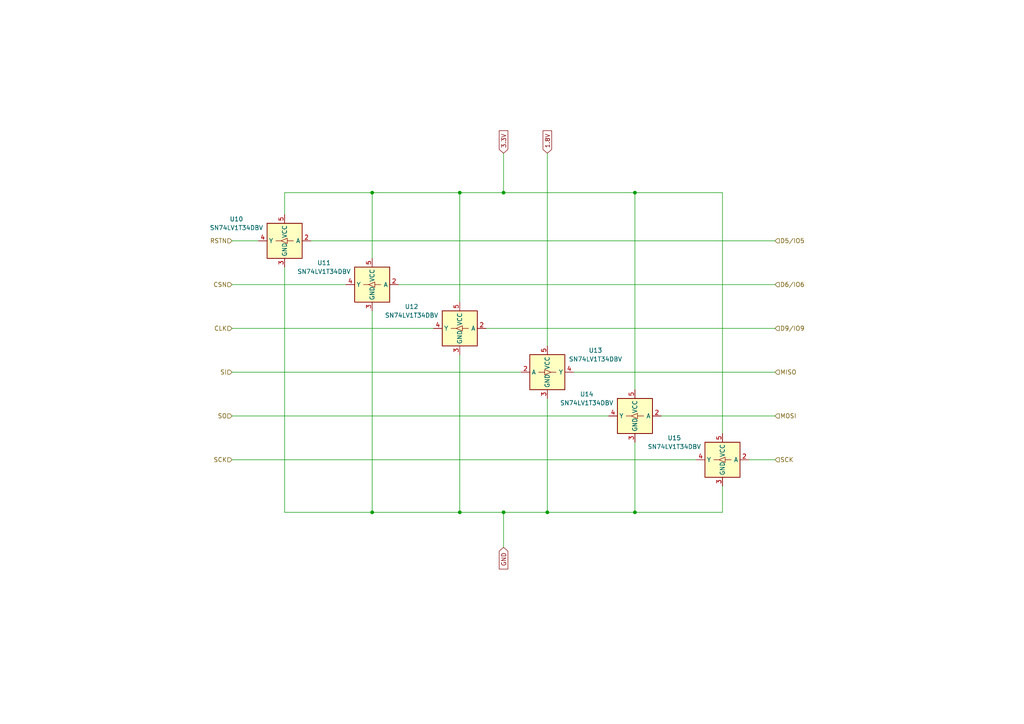
<source format=kicad_sch>
(kicad_sch (version 20231120) (generator "eeschema") (generator_version "8.0")
  (paper "A4")
  (lib_symbols
    (symbol "Logic_LevelTranslator:SN74LV1T34DBV"
      (property "Reference" "U" (at 5.08 6.35 0))
      (property "Value" "SN74LV1T34DBV" (at 5.08 3.81 0))
      (symbol "SN74LV1T34DBV_0_1"
        (rectangle (start -5.08 5.08) (end 5.08 -5.08) (stroke (width 0.254)) (fill (type background)))
        (polyline (pts (xy -0.762 0) (xy -2.54 0)))
        (polyline (pts (xy 1.016 0) (xy 2.54 0)))
      )
      (symbol "SN74LV1T34DBV_1_1"
        (polyline (pts (xy -0.762 -0.762) (xy -0.762 0.762) (xy 1.016 0) (xy -0.762 -0.762)))
        (pin no_connect line (at -5.08 2.54 0) (length 2.54) hide (name "NC") (number "1"))
        (pin input line (at -7.62 0 0) (length 2.54) (name "A") (number "2"))
        (pin power_in line (at 0 -7.62 90) (length 2.54) (name "GND") (number "3"))
        (pin output line (at 7.62 0 180) (length 2.54) (name "Y") (number "4"))
        (pin power_in line (at 0 7.62 270) (length 2.54) (name "VCC") (number "5"))
      )
    )
  )
  (junction (at 133.35 148.59))
  (junction (at 146.05 148.59))
  (junction (at 107.95 55.88))
  (junction (at 133.35 55.88))
  (junction (at 158.75 148.59))
  (junction (at 107.95 148.59))
  (junction (at 146.05 55.88))
  (junction (at 184.15 148.59))
  (junction (at 184.15 55.88))
  (wire (pts (xy 107.95 55.88) (xy 107.95 74.93)))
  (wire (pts (xy 107.95 148.59) (xy 82.55 148.59)))
  (wire (pts (xy 67.31 133.35) (xy 201.93 133.35)))
  (wire (pts (xy 146.05 148.59) (xy 146.05 158.75)))
  (wire (pts (xy 82.55 148.59) (xy 82.55 77.47)))
  (wire (pts (xy 67.31 120.65) (xy 176.53 120.65)))
  (wire (pts (xy 184.15 55.88) (xy 184.15 113.03)))
  (wire (pts (xy 184.15 55.88) (xy 209.55 55.88)))
  (wire (pts (xy 107.95 90.17) (xy 107.95 148.59)))
  (wire (pts (xy 133.35 55.88) (xy 146.05 55.88)))
  (wire (pts (xy 115.57 82.55) (xy 224.79 82.55)))
  (wire (pts (xy 166.37 107.95) (xy 224.79 107.95)))
  (wire (pts (xy 82.55 62.23) (xy 82.55 55.88)))
  (wire (pts (xy 140.97 95.25) (xy 224.79 95.25)))
  (wire (pts (xy 184.15 148.59) (xy 209.55 148.59)))
  (wire (pts (xy 82.55 55.88) (xy 107.95 55.88)))
  (wire (pts (xy 107.95 55.88) (xy 133.35 55.88)))
  (wire (pts (xy 209.55 55.88) (xy 209.55 125.73)))
  (wire (pts (xy 125.73 95.25) (xy 67.31 95.25)))
  (wire (pts (xy 146.05 55.88) (xy 184.15 55.88)))
  (wire (pts (xy 133.35 148.59) (xy 107.95 148.59)))
  (wire (pts (xy 191.77 120.65) (xy 224.79 120.65)))
  (wire (pts (xy 217.17 133.35) (xy 224.79 133.35)))
  (wire (pts (xy 184.15 128.27) (xy 184.15 148.59)))
  (wire (pts (xy 209.55 140.97) (xy 209.55 148.59)))
  (wire (pts (xy 67.31 107.95) (xy 151.13 107.95)))
  (wire (pts (xy 67.31 82.55) (xy 100.33 82.55)))
  (wire (pts (xy 158.75 44.45) (xy 158.75 100.33)))
  (wire (pts (xy 133.35 55.88) (xy 133.35 87.63)))
  (wire (pts (xy 67.31 69.85) (xy 74.93 69.85)))
  (wire (pts (xy 146.05 148.59) (xy 133.35 148.59)))
  (wire (pts (xy 146.05 148.59) (xy 158.75 148.59)))
  (wire (pts (xy 90.17 69.85) (xy 224.79 69.85)))
  (wire (pts (xy 158.75 115.57) (xy 158.75 148.59)))
  (wire (pts (xy 146.05 44.45) (xy 146.05 55.88)))
  (wire (pts (xy 133.35 102.87) (xy 133.35 148.59)))
  (wire (pts (xy 158.75 148.59) (xy 184.15 148.59)))
  (global_label "GND" (shape input) (at 146.05 158.75 270) (property "Intersheetrefs" "${INTERSHEET_REFS}" (effects (hide yes))))
  (global_label "1.8V" (shape input) (at 158.75 44.45 90) (property "Intersheetrefs" "${INTERSHEET_REFS}" (effects (hide yes))))
  (global_label "3.3V" (shape input) (at 146.05 44.45 90) (property "Intersheetrefs" "${INTERSHEET_REFS}" (effects (hide yes))))
  (hierarchical_label "SO" (shape input) (at 67.31 120.65 180))
  (hierarchical_label "CSN" (shape input) (at 67.31 82.55 180))
  (hierarchical_label "SCK" (shape input) (at 224.79 133.35 0))
  (hierarchical_label "RSTN" (shape input) (at 67.31 69.85 180))
  (hierarchical_label "MOSI" (shape input) (at 224.79 120.65 0))
  (hierarchical_label "SI" (shape input) (at 67.31 107.95 180))
  (hierarchical_label "MISO" (shape input) (at 224.79 107.95 0))
  (hierarchical_label "CLK" (shape input) (at 67.31 95.25 180))
  (hierarchical_label "D6{slash}IO6" (shape input) (at 224.79 82.55 0))
  (hierarchical_label "D9{slash}IO9" (shape input) (at 224.79 95.25 0))
  (hierarchical_label "SCK" (shape input) (at 67.31 133.35 180))
  (hierarchical_label "D5{slash}IO5" (shape input) (at 224.79 69.85 0))
  (symbol (lib_id "Logic_LevelTranslator:SN74LV1T34DBV") (at 158.75 107.95 0) (unit 1)
    (property "Reference" "U13" (at 172.72 101.6314 0))
    (property "Value" "SN74LV1T34DBV" (at 172.72 104.1714 0))
    (property "Footprint" "Package_TO_SOT_SMD:SOT-23-5" (effects (hide yes)))
    (property "Datasheet" "https://www.ti.com/lit/ds/symlink/sn74lv1t34.pdf" (effects (hide yes)))
    (property "Description" "Single Power Supply, Single Buffer GATE, CMOS Logic, Level Shifter, SOT-23-5" (effects (hide yes)))
  )
  (symbol (lib_id "Logic_LevelTranslator:SN74LV1T34DBV") (at 133.35 95.25 0) (mirror y) (unit 1)
    (property "Reference" "U12" (at 119.38 88.9314 0))
    (property "Value" "SN74LV1T34DBV" (at 119.38 91.4714 0))
    (property "Footprint" "Package_TO_SOT_SMD:SOT-23-5" (effects (hide yes)))
    (property "Datasheet" "https://www.ti.com/lit/ds/symlink/sn74lv1t34.pdf" (effects (hide yes)))
    (property "Description" "Single Power Supply, Single Buffer GATE, CMOS Logic, Level Shifter, SOT-23-5" (effects (hide yes)))
  )
  (symbol (lib_id "Logic_LevelTranslator:SN74LV1T34DBV") (at 209.55 133.35 0) (mirror y) (unit 1)
    (property "Reference" "U15" (at 195.58 127.0314 0))
    (property "Value" "SN74LV1T34DBV" (at 195.58 129.5714 0))
    (property "Footprint" "Package_TO_SOT_SMD:SOT-23-5" (effects (hide yes)))
    (property "Datasheet" "https://www.ti.com/lit/ds/symlink/sn74lv1t34.pdf" (effects (hide yes)))
    (property "Description" "Single Power Supply, Single Buffer GATE, CMOS Logic, Level Shifter, SOT-23-5" (effects (hide yes)))
  )
  (symbol (lib_id "Logic_LevelTranslator:SN74LV1T34DBV") (at 82.55 69.85 0) (mirror y) (unit 1)
    (property "Reference" "U10" (at 68.58 63.5314 0))
    (property "Value" "SN74LV1T34DBV" (at 68.58 66.0714 0))
    (property "Footprint" "Package_TO_SOT_SMD:SOT-23-5" (effects (hide yes)))
    (property "Datasheet" "https://www.ti.com/lit/ds/symlink/sn74lv1t34.pdf" (effects (hide yes)))
    (property "Description" "Single Power Supply, Single Buffer GATE, CMOS Logic, Level Shifter, SOT-23-5" (effects (hide yes)))
  )
  (symbol (lib_id "Logic_LevelTranslator:SN74LV1T34DBV") (at 107.95 82.55 0) (mirror y) (unit 1)
    (property "Reference" "U11" (at 93.98 76.2314 0))
    (property "Value" "SN74LV1T34DBV" (at 93.98 78.7714 0))
    (property "Footprint" "Package_TO_SOT_SMD:SOT-23-5" (effects (hide yes)))
    (property "Datasheet" "https://www.ti.com/lit/ds/symlink/sn74lv1t34.pdf" (effects (hide yes)))
    (property "Description" "Single Power Supply, Single Buffer GATE, CMOS Logic, Level Shifter, SOT-23-5" (effects (hide yes)))
  )
  (symbol (lib_id "Logic_LevelTranslator:SN74LV1T34DBV") (at 184.15 120.65 0) (mirror y) (unit 1)
    (property "Reference" "U14" (at 170.18 114.3314 0))
    (property "Value" "SN74LV1T34DBV" (at 170.18 116.8714 0))
    (property "Footprint" "Package_TO_SOT_SMD:SOT-23-5" (effects (hide yes)))
    (property "Datasheet" "https://www.ti.com/lit/ds/symlink/sn74lv1t34.pdf" (effects (hide yes)))
    (property "Description" "Single Power Supply, Single Buffer GATE, CMOS Logic, Level Shifter, SOT-23-5" (effects (hide yes)))
  )
)
</source>
